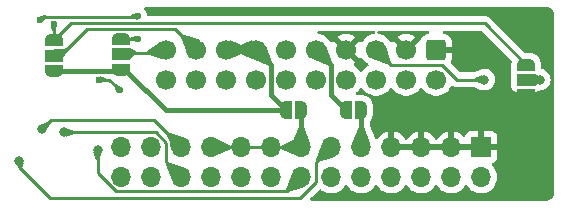
<source format=gbr>
%TF.GenerationSoftware,KiCad,Pcbnew,8.0.4*%
%TF.CreationDate,2024-09-19T23:06:26-05:00*%
%TF.ProjectId,IDC-26-Adapter-Rev1,4944432d-3236-42d4-9164-61707465722d,1.1*%
%TF.SameCoordinates,Original*%
%TF.FileFunction,Copper,L2,Bot*%
%TF.FilePolarity,Positive*%
%FSLAX46Y46*%
G04 Gerber Fmt 4.6, Leading zero omitted, Abs format (unit mm)*
G04 Created by KiCad (PCBNEW 8.0.4) date 2024-09-19 23:06:26*
%MOMM*%
%LPD*%
G01*
G04 APERTURE LIST*
G04 Aperture macros list*
%AMRoundRect*
0 Rectangle with rounded corners*
0 $1 Rounding radius*
0 $2 $3 $4 $5 $6 $7 $8 $9 X,Y pos of 4 corners*
0 Add a 4 corners polygon primitive as box body*
4,1,4,$2,$3,$4,$5,$6,$7,$8,$9,$2,$3,0*
0 Add four circle primitives for the rounded corners*
1,1,$1+$1,$2,$3*
1,1,$1+$1,$4,$5*
1,1,$1+$1,$6,$7*
1,1,$1+$1,$8,$9*
0 Add four rect primitives between the rounded corners*
20,1,$1+$1,$2,$3,$4,$5,0*
20,1,$1+$1,$4,$5,$6,$7,0*
20,1,$1+$1,$6,$7,$8,$9,0*
20,1,$1+$1,$8,$9,$2,$3,0*%
%AMFreePoly0*
4,1,19,0.000000,0.744911,0.071157,0.744911,0.207708,0.704816,0.327430,0.627875,0.420627,0.520320,0.479746,0.390866,0.500000,0.250000,0.500000,-0.250000,0.479746,-0.390866,0.420627,-0.520320,0.327430,-0.627875,0.207708,-0.704816,0.071157,-0.744911,0.000000,-0.744911,0.000000,-0.750000,-0.550000,-0.750000,-0.550000,0.750000,0.000000,0.750000,0.000000,0.744911,0.000000,0.744911,
$1*%
%AMFreePoly1*
4,1,19,0.550000,-0.750000,0.000000,-0.750000,0.000000,-0.744911,-0.071157,-0.744911,-0.207708,-0.704816,-0.327430,-0.627875,-0.420627,-0.520320,-0.479746,-0.390866,-0.500000,-0.250000,-0.500000,0.250000,-0.479746,0.390866,-0.420627,0.520320,-0.327430,0.627875,-0.207708,0.704816,-0.071157,0.744911,0.000000,0.744911,0.000000,0.750000,0.550000,0.750000,0.550000,-0.750000,0.550000,-0.750000,
$1*%
%AMFreePoly2*
4,1,19,0.500000,-0.750000,0.000000,-0.750000,0.000000,-0.744911,-0.071157,-0.744911,-0.207708,-0.704816,-0.327430,-0.627875,-0.420627,-0.520320,-0.479746,-0.390866,-0.500000,-0.250000,-0.500000,0.250000,-0.479746,0.390866,-0.420627,0.520320,-0.327430,0.627875,-0.207708,0.704816,-0.071157,0.744911,0.000000,0.744911,0.000000,0.750000,0.500000,0.750000,0.500000,-0.750000,0.500000,-0.750000,
$1*%
%AMFreePoly3*
4,1,19,0.000000,0.744911,0.071157,0.744911,0.207708,0.704816,0.327430,0.627875,0.420627,0.520320,0.479746,0.390866,0.500000,0.250000,0.500000,-0.250000,0.479746,-0.390866,0.420627,-0.520320,0.327430,-0.627875,0.207708,-0.704816,0.071157,-0.744911,0.000000,-0.744911,0.000000,-0.750000,-0.500000,-0.750000,-0.500000,0.750000,0.000000,0.750000,0.000000,0.744911,0.000000,0.744911,
$1*%
G04 Aperture macros list end*
%TA.AperFunction,SMDPad,CuDef*%
%ADD10FreePoly0,90.000000*%
%TD*%
%TA.AperFunction,SMDPad,CuDef*%
%ADD11R,1.500000X1.000000*%
%TD*%
%TA.AperFunction,SMDPad,CuDef*%
%ADD12FreePoly1,90.000000*%
%TD*%
%TA.AperFunction,ComponentPad*%
%ADD13R,1.700000X1.700000*%
%TD*%
%TA.AperFunction,ComponentPad*%
%ADD14O,1.700000X1.700000*%
%TD*%
%TA.AperFunction,SMDPad,CuDef*%
%ADD15FreePoly2,180.000000*%
%TD*%
%TA.AperFunction,SMDPad,CuDef*%
%ADD16FreePoly3,180.000000*%
%TD*%
%TA.AperFunction,ComponentPad*%
%ADD17RoundRect,0.250000X-0.600000X0.600000X-0.600000X-0.600000X0.600000X-0.600000X0.600000X0.600000X0*%
%TD*%
%TA.AperFunction,ComponentPad*%
%ADD18C,1.700000*%
%TD*%
%TA.AperFunction,ViaPad*%
%ADD19C,0.800000*%
%TD*%
%TA.AperFunction,ViaPad*%
%ADD20C,0.600000*%
%TD*%
%TA.AperFunction,Conductor*%
%ADD21C,0.250000*%
%TD*%
%TA.AperFunction,Conductor*%
%ADD22C,0.400000*%
%TD*%
G04 APERTURE END LIST*
D10*
%TO.P,JP5,3,B*%
%TO.N,/IDC20_DRIVE3*%
X137795000Y-88616000D03*
D11*
%TO.P,JP5,2,C*%
%TO.N,/IDC20_PIN19*%
X137795000Y-89916000D03*
D12*
%TO.P,JP5,1,A*%
%TO.N,/IDC20_+12V*%
X137795000Y-91216000D03*
%TD*%
%TO.P,JP4,1,A*%
%TO.N,GND*%
X172085000Y-93405000D03*
D11*
%TO.P,JP4,2,C*%
%TO.N,Net-(JP4-C)*%
X172085000Y-92105000D03*
D10*
%TO.P,JP4,3,B*%
%TO.N,/IDC20_DRIVE2*%
X172085000Y-90805000D03*
%TD*%
D13*
%TO.P,J2,1,Pin_1*%
%TO.N,GND*%
X168275000Y-97790000D03*
D14*
%TO.P,J2,2,Pin_2*%
%TO.N,/A3_PH0*%
X168275000Y-100330000D03*
%TO.P,J2,3,Pin_3*%
%TO.N,GND*%
X165735000Y-97790000D03*
%TO.P,J2,4,Pin_4*%
%TO.N,/A3_PH1*%
X165735000Y-100330000D03*
%TO.P,J2,5,Pin_5*%
%TO.N,GND*%
X163195000Y-97790000D03*
%TO.P,J2,6,Pin_6*%
%TO.N,/A3_PH2*%
X163195000Y-100330000D03*
%TO.P,J2,7,Pin_7*%
%TO.N,GND*%
X160655000Y-97790000D03*
%TO.P,J2,8,Pin_8*%
%TO.N,/A3_PH3*%
X160655000Y-100330000D03*
%TO.P,J2,9,Pin_9*%
%TO.N,/A3_-12V*%
X158115000Y-97790000D03*
%TO.P,J2,10,Pin_10*%
%TO.N,/A3_WREQ*%
X158115000Y-100330000D03*
%TO.P,J2,11,Pin_11*%
%TO.N,/A3_5V*%
X155575000Y-97790000D03*
%TO.P,J2,12,Pin_12*%
%TO.N,/A3_HDSEL*%
X155575000Y-100330000D03*
%TO.P,J2,13,Pin_13*%
%TO.N,/A3_+12V*%
X153035000Y-97790000D03*
%TO.P,J2,14,Pin_14*%
%TO.N,/A3_DRIVE1*%
X153035000Y-100330000D03*
%TO.P,J2,15,Pin_15*%
%TO.N,/A3_+12V*%
X150495000Y-97790000D03*
%TO.P,J2,16,Pin_16*%
%TO.N,/A3_RD_DATA*%
X150495000Y-100330000D03*
%TO.P,J2,17,Pin_17*%
%TO.N,/A3_+12V*%
X147955000Y-97790000D03*
%TO.P,J2,18,Pin_18*%
%TO.N,/A3_WR_DATA*%
X147955000Y-100330000D03*
%TO.P,J2,19,Pin_19*%
%TO.N,/A3_+12V*%
X145415000Y-97790000D03*
%TO.P,J2,20,Pin_20*%
%TO.N,/A3_WPROT*%
X145415000Y-100330000D03*
%TO.P,J2,21,Pin_21*%
%TO.N,/A3_DRIVE3*%
X142875000Y-97790000D03*
%TO.P,J2,22,Pin_22*%
%TO.N,/A3_DRIVE2*%
X142875000Y-100330000D03*
%TO.P,J2,23,Pin_23*%
%TO.N,unconnected-(J2-Pin_23-Pad23)*%
X140335000Y-97790000D03*
%TO.P,J2,24,Pin_24*%
%TO.N,unconnected-(J2-Pin_24-Pad24)*%
X140335000Y-100330000D03*
%TO.P,J2,25,Pin_25*%
%TO.N,unconnected-(J2-Pin_25-Pad25)*%
X137795000Y-97790000D03*
%TO.P,J2,26,Pin_26*%
%TO.N,/A3_INT{slash}EXT*%
X137795000Y-100330000D03*
%TD*%
D12*
%TO.P,JP2,1,A*%
%TO.N,/IDC20_+12V*%
X132080000Y-91343000D03*
D11*
%TO.P,JP2,2,C*%
%TO.N,/IDC20_PIN17*%
X132080000Y-90043000D03*
D10*
%TO.P,JP2,3,B*%
%TO.N,/IDC20_DRIVE2*%
X132080000Y-88743000D03*
%TD*%
D15*
%TO.P,JP1,1,A*%
%TO.N,/A3_+12V*%
X153035000Y-94615000D03*
D16*
%TO.P,JP1,2,B*%
%TO.N,/IDC20_+12V*%
X151735000Y-94615000D03*
%TD*%
D17*
%TO.P,J1,1,Pin_1*%
%TO.N,GND*%
X164465000Y-89535000D03*
D18*
%TO.P,J1,2,Pin_2*%
%TO.N,/A3_PH0*%
X164465000Y-92075000D03*
%TO.P,J1,3,Pin_3*%
%TO.N,GND*%
X161925000Y-89535000D03*
%TO.P,J1,4,Pin_4*%
%TO.N,/A3_PH1*%
X161925000Y-92075000D03*
%TO.P,J1,5,Pin_5*%
%TO.N,/IDC20_PIN5*%
X159385000Y-89535000D03*
%TO.P,J1,6,Pin_6*%
%TO.N,/A3_PH2*%
X159385000Y-92075000D03*
%TO.P,J1,7,Pin_7*%
%TO.N,GND*%
X156845000Y-89535000D03*
%TO.P,J1,8,Pin_8*%
%TO.N,/A3_PH3*%
X156845000Y-92075000D03*
%TO.P,J1,9,Pin_9*%
%TO.N,/IDC20_-12V*%
X154305000Y-89535000D03*
%TO.P,J1,10,Pin_10*%
%TO.N,/A3_WREQ*%
X154305000Y-92075000D03*
%TO.P,J1,11,Pin_11*%
%TO.N,/A3_5V*%
X151765000Y-89535000D03*
%TO.P,J1,12,Pin_12*%
%TO.N,/A3_HDSEL*%
X151765000Y-92075000D03*
%TO.P,J1,13,Pin_13*%
%TO.N,/IDC20_+12V*%
X149225000Y-89535000D03*
%TO.P,J1,14,Pin_14*%
%TO.N,/IDC20_DRIVE1*%
X149225000Y-92075000D03*
%TO.P,J1,15,Pin_15*%
%TO.N,/IDC20_+12V*%
X146685000Y-89535000D03*
%TO.P,J1,16,Pin_16*%
%TO.N,/A3_RD_DATA*%
X146685000Y-92075000D03*
%TO.P,J1,17,Pin_17*%
%TO.N,/IDC20_PIN17*%
X144145000Y-89535000D03*
%TO.P,J1,18,Pin_18*%
%TO.N,/A3_WR_DATA*%
X144145000Y-92075000D03*
%TO.P,J1,19,Pin_19*%
%TO.N,/IDC20_PIN19*%
X141605000Y-89535000D03*
%TO.P,J1,20,Pin_20*%
%TO.N,/A3_WPROT*%
X141605000Y-92075000D03*
%TD*%
D15*
%TO.P,JP3,1,A*%
%TO.N,/A3_-12V*%
X158115000Y-94615000D03*
D16*
%TO.P,JP3,2,B*%
%TO.N,/IDC20_-12V*%
X156815000Y-94615000D03*
%TD*%
D19*
%TO.N,/A3_5V*%
X129159000Y-98947500D03*
D20*
%TO.N,/IDC20_DRIVE3*%
X139192000Y-86682000D03*
X130937000Y-86995000D03*
%TO.N,/IDC20_DRIVE2*%
X132080000Y-87376000D03*
%TO.N,/IDC20_DRIVE1*%
X137668000Y-92964000D03*
X135890000Y-92075000D03*
D19*
%TO.N,/A3_DRIVE2*%
X132969000Y-96520000D03*
%TO.N,/A3_DRIVE3*%
X131079000Y-96281000D03*
%TO.N,/A3_DRIVE1*%
X135800000Y-98044000D03*
D20*
%TO.N,/IDC20_DRIVE3*%
X139192000Y-88646000D03*
D19*
%TO.N,/IDC20_PIN5*%
X168529000Y-92075000D03*
%TO.N,Net-(JP4-C)*%
X173228000Y-92075000D03*
%TD*%
D21*
%TO.N,/A3_DRIVE2*%
X141605000Y-97398299D02*
X141605000Y-99060000D01*
X140726701Y-96520000D02*
X141605000Y-97398299D01*
X141605000Y-99060000D02*
X142875000Y-100330000D01*
X132969000Y-96520000D02*
X140726701Y-96520000D01*
%TO.N,/IDC20_PIN19*%
X141351000Y-89789000D02*
X141575000Y-89565000D01*
X137795000Y-89916000D02*
X137922000Y-89789000D01*
X137922000Y-89789000D02*
X141351000Y-89789000D01*
D22*
%TO.N,/IDC20_+12V*%
X150495000Y-90805000D02*
X149225000Y-89535000D01*
X150495000Y-93375000D02*
X150495000Y-90805000D01*
X151735000Y-94615000D02*
X150495000Y-93375000D01*
%TO.N,/IDC20_-12V*%
X155575000Y-90805000D02*
X154305000Y-89535000D01*
X155575000Y-93375000D02*
X155575000Y-90805000D01*
X156815000Y-94615000D02*
X155575000Y-93375000D01*
D21*
%TO.N,/A3_5V*%
X154305000Y-99060000D02*
X155575000Y-97790000D01*
X154305000Y-100721701D02*
X154305000Y-99060000D01*
X152918701Y-102108000D02*
X154305000Y-100721701D01*
X131769500Y-102108000D02*
X152918701Y-102108000D01*
X129159000Y-99497500D02*
X131769500Y-102108000D01*
X129159000Y-98947500D02*
X129159000Y-99497500D01*
%TO.N,/A3_DRIVE3*%
X140589000Y-95504000D02*
X142875000Y-97790000D01*
X131856000Y-95504000D02*
X140589000Y-95504000D01*
X131079000Y-96281000D02*
X131856000Y-95504000D01*
%TO.N,/A3_DRIVE1*%
X137338299Y-101535000D02*
X151830000Y-101535000D01*
X135800000Y-99996701D02*
X137338299Y-101535000D01*
X135800000Y-98044000D02*
X135800000Y-99996701D01*
X151830000Y-101535000D02*
X153035000Y-100330000D01*
%TO.N,/IDC20_PIN5*%
X160655000Y-90805000D02*
X159385000Y-89535000D01*
X164978351Y-90805000D02*
X160655000Y-90805000D01*
X166248351Y-92075000D02*
X164978351Y-90805000D01*
X168529000Y-92075000D02*
X166248351Y-92075000D01*
%TO.N,Net-(JP4-C)*%
X173228000Y-92075000D02*
X172115000Y-92075000D01*
%TO.N,/IDC20_DRIVE3*%
X139123000Y-86751000D02*
X139192000Y-86682000D01*
X131181000Y-86751000D02*
X139123000Y-86751000D01*
X130937000Y-86995000D02*
X131181000Y-86751000D01*
%TO.N,/IDC20_DRIVE2*%
X133516000Y-87307000D02*
X168587000Y-87307000D01*
X132080000Y-88743000D02*
X133516000Y-87307000D01*
X168587000Y-87307000D02*
X172085000Y-90805000D01*
%TO.N,/IDC20_PIN17*%
X142367000Y-87757000D02*
X144145000Y-89535000D01*
X134888000Y-87757000D02*
X142367000Y-87757000D01*
X132602000Y-90043000D02*
X134888000Y-87757000D01*
%TO.N,/IDC20_DRIVE3*%
X139192000Y-88646000D02*
X139162000Y-88616000D01*
X139162000Y-88616000D02*
X137795000Y-88616000D01*
%TO.N,/IDC20_DRIVE2*%
X132080000Y-87376000D02*
X132080000Y-88743000D01*
D22*
%TO.N,/IDC20_+12V*%
X137698000Y-91313000D02*
X132110000Y-91313000D01*
X141545000Y-94615000D02*
X138146000Y-91216000D01*
X151735000Y-94615000D02*
X141545000Y-94615000D01*
D21*
%TO.N,/IDC20_DRIVE1*%
X136779000Y-92075000D02*
X137668000Y-92964000D01*
X135890000Y-92075000D02*
X136779000Y-92075000D01*
D22*
%TO.N,/IDC20_+12V*%
X149225000Y-89535000D02*
X146685000Y-89535000D01*
D21*
%TO.N,/A3_+12V*%
X145415000Y-97790000D02*
X153035000Y-97790000D01*
D22*
X153035000Y-97790000D02*
X153035000Y-94615000D01*
%TO.N,/A3_-12V*%
X158115000Y-97790000D02*
X158115000Y-94615000D01*
%TD*%
%TA.AperFunction,Conductor*%
%TO.N,GND*%
G36*
X173758061Y-85899097D02*
G01*
X173876317Y-85910744D01*
X173900145Y-85915483D01*
X174008005Y-85948202D01*
X174030453Y-85957501D01*
X174129849Y-86010629D01*
X174150059Y-86024133D01*
X174237179Y-86095630D01*
X174254369Y-86112820D01*
X174325866Y-86199940D01*
X174339370Y-86220150D01*
X174392495Y-86319538D01*
X174401798Y-86341997D01*
X174434514Y-86449848D01*
X174439256Y-86473688D01*
X174450903Y-86591937D01*
X174451500Y-86604092D01*
X174451500Y-101609907D01*
X174450903Y-101622062D01*
X174439256Y-101740311D01*
X174434514Y-101764151D01*
X174401798Y-101872002D01*
X174392495Y-101894461D01*
X174339370Y-101993849D01*
X174325866Y-102014059D01*
X174254369Y-102101179D01*
X174237179Y-102118369D01*
X174150059Y-102189866D01*
X174129849Y-102203370D01*
X174030461Y-102256495D01*
X174008002Y-102265798D01*
X173900151Y-102298514D01*
X173876311Y-102303256D01*
X173789215Y-102311834D01*
X173758060Y-102314903D01*
X173745907Y-102315500D01*
X153906467Y-102315500D01*
X153839428Y-102295815D01*
X153793673Y-102243011D01*
X153783729Y-102173853D01*
X153812754Y-102110297D01*
X153818786Y-102103819D01*
X153935307Y-101987297D01*
X154539432Y-101383171D01*
X154600753Y-101349688D01*
X154670444Y-101354672D01*
X154703272Y-101372999D01*
X154829424Y-101471189D01*
X154829425Y-101471189D01*
X154829427Y-101471191D01*
X154834958Y-101474184D01*
X155027426Y-101578342D01*
X155240365Y-101651444D01*
X155462431Y-101688500D01*
X155687569Y-101688500D01*
X155909635Y-101651444D01*
X156122574Y-101578342D01*
X156320576Y-101471189D01*
X156498240Y-101332906D01*
X156650722Y-101167268D01*
X156741193Y-101028790D01*
X156794338Y-100983437D01*
X156863569Y-100974013D01*
X156926905Y-101003515D01*
X156948804Y-101028787D01*
X157039278Y-101167268D01*
X157039283Y-101167273D01*
X157039284Y-101167276D01*
X157191756Y-101332902D01*
X157191761Y-101332907D01*
X157243273Y-101373001D01*
X157369424Y-101471189D01*
X157369425Y-101471189D01*
X157369427Y-101471191D01*
X157374958Y-101474184D01*
X157567426Y-101578342D01*
X157780365Y-101651444D01*
X158002431Y-101688500D01*
X158227569Y-101688500D01*
X158449635Y-101651444D01*
X158662574Y-101578342D01*
X158860576Y-101471189D01*
X159038240Y-101332906D01*
X159190722Y-101167268D01*
X159281193Y-101028790D01*
X159334338Y-100983437D01*
X159403569Y-100974013D01*
X159466905Y-101003515D01*
X159488804Y-101028787D01*
X159579278Y-101167268D01*
X159579283Y-101167273D01*
X159579284Y-101167276D01*
X159731756Y-101332902D01*
X159731761Y-101332907D01*
X159783273Y-101373001D01*
X159909424Y-101471189D01*
X159909425Y-101471189D01*
X159909427Y-101471191D01*
X159914958Y-101474184D01*
X160107426Y-101578342D01*
X160320365Y-101651444D01*
X160542431Y-101688500D01*
X160767569Y-101688500D01*
X160989635Y-101651444D01*
X161202574Y-101578342D01*
X161400576Y-101471189D01*
X161578240Y-101332906D01*
X161730722Y-101167268D01*
X161821193Y-101028790D01*
X161874338Y-100983437D01*
X161943569Y-100974013D01*
X162006905Y-101003515D01*
X162028804Y-101028787D01*
X162119278Y-101167268D01*
X162119283Y-101167273D01*
X162119284Y-101167276D01*
X162271756Y-101332902D01*
X162271761Y-101332907D01*
X162323273Y-101373001D01*
X162449424Y-101471189D01*
X162449425Y-101471189D01*
X162449427Y-101471191D01*
X162454958Y-101474184D01*
X162647426Y-101578342D01*
X162860365Y-101651444D01*
X163082431Y-101688500D01*
X163307569Y-101688500D01*
X163529635Y-101651444D01*
X163742574Y-101578342D01*
X163940576Y-101471189D01*
X164118240Y-101332906D01*
X164270722Y-101167268D01*
X164361193Y-101028790D01*
X164414338Y-100983437D01*
X164483569Y-100974013D01*
X164546905Y-101003515D01*
X164568804Y-101028787D01*
X164659278Y-101167268D01*
X164659283Y-101167273D01*
X164659284Y-101167276D01*
X164811756Y-101332902D01*
X164811761Y-101332907D01*
X164863273Y-101373001D01*
X164989424Y-101471189D01*
X164989425Y-101471189D01*
X164989427Y-101471191D01*
X164994958Y-101474184D01*
X165187426Y-101578342D01*
X165400365Y-101651444D01*
X165622431Y-101688500D01*
X165847569Y-101688500D01*
X166069635Y-101651444D01*
X166282574Y-101578342D01*
X166480576Y-101471189D01*
X166658240Y-101332906D01*
X166810722Y-101167268D01*
X166901193Y-101028790D01*
X166954338Y-100983437D01*
X167023569Y-100974013D01*
X167086905Y-101003515D01*
X167108804Y-101028787D01*
X167199278Y-101167268D01*
X167199283Y-101167273D01*
X167199284Y-101167276D01*
X167351756Y-101332902D01*
X167351761Y-101332907D01*
X167403273Y-101373001D01*
X167529424Y-101471189D01*
X167529425Y-101471189D01*
X167529427Y-101471191D01*
X167534958Y-101474184D01*
X167727426Y-101578342D01*
X167940365Y-101651444D01*
X168162431Y-101688500D01*
X168387569Y-101688500D01*
X168609635Y-101651444D01*
X168822574Y-101578342D01*
X169020576Y-101471189D01*
X169198240Y-101332906D01*
X169350722Y-101167268D01*
X169473860Y-100978791D01*
X169564296Y-100772616D01*
X169619564Y-100554368D01*
X169632311Y-100400537D01*
X169638156Y-100330005D01*
X169638156Y-100329994D01*
X169619565Y-100105640D01*
X169619563Y-100105628D01*
X169607779Y-100059095D01*
X169564296Y-99887384D01*
X169473860Y-99681209D01*
X169457706Y-99656484D01*
X169374227Y-99528709D01*
X169350722Y-99492732D01*
X169199291Y-99328236D01*
X169168370Y-99265584D01*
X169176230Y-99196158D01*
X169220376Y-99142002D01*
X169247189Y-99128073D01*
X169367086Y-99083354D01*
X169367093Y-99083350D01*
X169482187Y-98997190D01*
X169482190Y-98997187D01*
X169568350Y-98882093D01*
X169568354Y-98882086D01*
X169618596Y-98747379D01*
X169618598Y-98747372D01*
X169624999Y-98687844D01*
X169625000Y-98687827D01*
X169625000Y-98040000D01*
X168708012Y-98040000D01*
X168740925Y-97982993D01*
X168775000Y-97855826D01*
X168775000Y-97724174D01*
X168740925Y-97597007D01*
X168708012Y-97540000D01*
X169625000Y-97540000D01*
X169625000Y-96892172D01*
X169624999Y-96892155D01*
X169618598Y-96832627D01*
X169618596Y-96832620D01*
X169568354Y-96697913D01*
X169568350Y-96697906D01*
X169482190Y-96582812D01*
X169482187Y-96582809D01*
X169367093Y-96496649D01*
X169367086Y-96496645D01*
X169232379Y-96446403D01*
X169232372Y-96446401D01*
X169172844Y-96440000D01*
X168525000Y-96440000D01*
X168525000Y-97356988D01*
X168467993Y-97324075D01*
X168340826Y-97290000D01*
X168209174Y-97290000D01*
X168082007Y-97324075D01*
X168025000Y-97356988D01*
X168025000Y-96440000D01*
X167377155Y-96440000D01*
X167317627Y-96446401D01*
X167317620Y-96446403D01*
X167182913Y-96496645D01*
X167182906Y-96496649D01*
X167067812Y-96582809D01*
X167067809Y-96582812D01*
X166981649Y-96697906D01*
X166981646Y-96697911D01*
X166932385Y-96829987D01*
X166890513Y-96885920D01*
X166825049Y-96910337D01*
X166756776Y-96895485D01*
X166728522Y-96874334D01*
X166606082Y-96751894D01*
X166412578Y-96616399D01*
X166198492Y-96516570D01*
X166198486Y-96516567D01*
X165985000Y-96459364D01*
X165985000Y-97356988D01*
X165927993Y-97324075D01*
X165800826Y-97290000D01*
X165669174Y-97290000D01*
X165542007Y-97324075D01*
X165485000Y-97356988D01*
X165485000Y-96459364D01*
X165484999Y-96459364D01*
X165271513Y-96516567D01*
X165271507Y-96516570D01*
X165057422Y-96616399D01*
X165057420Y-96616400D01*
X164863926Y-96751886D01*
X164863920Y-96751891D01*
X164696891Y-96918920D01*
X164696890Y-96918922D01*
X164566575Y-97105031D01*
X164511998Y-97148655D01*
X164442499Y-97155848D01*
X164380145Y-97124326D01*
X164363425Y-97105031D01*
X164233109Y-96918922D01*
X164233108Y-96918920D01*
X164066082Y-96751894D01*
X163872578Y-96616399D01*
X163658492Y-96516570D01*
X163658486Y-96516567D01*
X163445000Y-96459364D01*
X163445000Y-97356988D01*
X163387993Y-97324075D01*
X163260826Y-97290000D01*
X163129174Y-97290000D01*
X163002007Y-97324075D01*
X162945000Y-97356988D01*
X162945000Y-96459364D01*
X162944999Y-96459364D01*
X162731513Y-96516567D01*
X162731507Y-96516570D01*
X162517422Y-96616399D01*
X162517420Y-96616400D01*
X162323926Y-96751886D01*
X162323920Y-96751891D01*
X162156891Y-96918920D01*
X162156890Y-96918922D01*
X162026575Y-97105031D01*
X161971998Y-97148655D01*
X161902499Y-97155848D01*
X161840145Y-97124326D01*
X161823425Y-97105031D01*
X161693109Y-96918922D01*
X161693108Y-96918920D01*
X161526082Y-96751894D01*
X161332578Y-96616399D01*
X161118492Y-96516570D01*
X161118486Y-96516567D01*
X160905000Y-96459364D01*
X160905000Y-97356988D01*
X160847993Y-97324075D01*
X160720826Y-97290000D01*
X160589174Y-97290000D01*
X160462007Y-97324075D01*
X160405000Y-97356988D01*
X160405000Y-96459364D01*
X160404999Y-96459364D01*
X160191513Y-96516567D01*
X160191507Y-96516570D01*
X159977422Y-96616399D01*
X159977420Y-96616400D01*
X159783926Y-96751886D01*
X159783920Y-96751891D01*
X159616891Y-96918920D01*
X159616890Y-96918922D01*
X159501967Y-97083049D01*
X159447390Y-97126673D01*
X159377891Y-97133866D01*
X159315537Y-97102344D01*
X159286302Y-97060500D01*
X159249941Y-96975098D01*
X158833410Y-95996768D01*
X158823500Y-95948193D01*
X158823500Y-95641255D01*
X158843185Y-95574216D01*
X158853787Y-95560053D01*
X158928022Y-95474379D01*
X158928032Y-95474368D01*
X159007047Y-95351417D01*
X159064019Y-95226665D01*
X159066263Y-95222376D01*
X159066775Y-95220631D01*
X159066776Y-95220631D01*
X159107953Y-95080394D01*
X159128415Y-94938079D01*
X159128415Y-94880683D01*
X159128500Y-94880393D01*
X159128500Y-94350107D01*
X159128415Y-94349317D01*
X159128415Y-94291922D01*
X159107953Y-94149606D01*
X159107952Y-94149601D01*
X159066775Y-94009369D01*
X159066770Y-94009356D01*
X159007053Y-93878594D01*
X159007046Y-93878581D01*
X158973669Y-93826646D01*
X158928032Y-93755632D01*
X158836733Y-93650266D01*
X158835337Y-93648535D01*
X158833877Y-93646968D01*
X158723427Y-93551263D01*
X158723418Y-93551257D01*
X158723416Y-93551255D01*
X158705114Y-93539493D01*
X158644361Y-93500449D01*
X158606182Y-93456388D01*
X158576845Y-93458598D01*
X158551235Y-93450128D01*
X158514824Y-93433500D01*
X158469513Y-93412807D01*
X158382984Y-93387400D01*
X158331562Y-93372301D01*
X158331550Y-93372298D01*
X158186889Y-93351500D01*
X157777927Y-93351500D01*
X157710888Y-93331815D01*
X157665133Y-93279011D01*
X157655189Y-93209853D01*
X157684214Y-93146297D01*
X157701764Y-93129647D01*
X157722509Y-93113500D01*
X157768240Y-93077906D01*
X157920722Y-92912268D01*
X158011193Y-92773790D01*
X158064338Y-92728437D01*
X158133569Y-92719013D01*
X158196905Y-92748515D01*
X158218804Y-92773787D01*
X158309278Y-92912268D01*
X158309283Y-92912273D01*
X158309284Y-92912276D01*
X158461756Y-93077902D01*
X158461760Y-93077906D01*
X158639424Y-93216189D01*
X158661763Y-93228278D01*
X158711011Y-93277157D01*
X158746336Y-93277157D01*
X158770421Y-93287080D01*
X158837426Y-93323342D01*
X159050365Y-93396444D01*
X159272431Y-93433500D01*
X159497569Y-93433500D01*
X159719635Y-93396444D01*
X159932574Y-93323342D01*
X160130576Y-93216189D01*
X160308240Y-93077906D01*
X160460722Y-92912268D01*
X160551193Y-92773790D01*
X160604338Y-92728437D01*
X160673569Y-92719013D01*
X160736905Y-92748515D01*
X160758804Y-92773787D01*
X160849278Y-92912268D01*
X160849283Y-92912273D01*
X160849284Y-92912276D01*
X161001756Y-93077902D01*
X161001760Y-93077906D01*
X161179424Y-93216189D01*
X161179425Y-93216189D01*
X161179427Y-93216191D01*
X161292083Y-93277157D01*
X161377426Y-93323342D01*
X161590365Y-93396444D01*
X161812431Y-93433500D01*
X162037569Y-93433500D01*
X162259635Y-93396444D01*
X162472574Y-93323342D01*
X162670576Y-93216189D01*
X162848240Y-93077906D01*
X163000722Y-92912268D01*
X163091193Y-92773790D01*
X163144338Y-92728437D01*
X163213569Y-92719013D01*
X163276905Y-92748515D01*
X163298804Y-92773787D01*
X163389278Y-92912268D01*
X163389283Y-92912273D01*
X163389284Y-92912276D01*
X163541756Y-93077902D01*
X163541760Y-93077906D01*
X163719424Y-93216189D01*
X163719425Y-93216189D01*
X163719427Y-93216191D01*
X163832083Y-93277157D01*
X163917426Y-93323342D01*
X164130365Y-93396444D01*
X164352431Y-93433500D01*
X164577569Y-93433500D01*
X164799635Y-93396444D01*
X165012574Y-93323342D01*
X165210576Y-93216189D01*
X165388240Y-93077906D01*
X165540722Y-92912268D01*
X165663860Y-92723791D01*
X165698539Y-92644728D01*
X165743492Y-92591245D01*
X165810228Y-92570554D01*
X165877556Y-92589228D01*
X165880985Y-92591438D01*
X165948269Y-92636396D01*
X165948275Y-92636399D01*
X165948276Y-92636400D01*
X166063566Y-92684155D01*
X166185952Y-92708499D01*
X166185956Y-92708500D01*
X166185957Y-92708500D01*
X167599305Y-92708500D01*
X167643149Y-92716510D01*
X168161017Y-92912276D01*
X168183778Y-92920880D01*
X168221010Y-92933065D01*
X168232876Y-92937634D01*
X168246712Y-92943794D01*
X168433513Y-92983500D01*
X168624487Y-92983500D01*
X168811288Y-92943794D01*
X168985752Y-92866118D01*
X169140253Y-92753866D01*
X169268040Y-92611944D01*
X169363527Y-92446556D01*
X169422542Y-92264928D01*
X169442504Y-92075000D01*
X169422542Y-91885072D01*
X169363527Y-91703444D01*
X169268040Y-91538056D01*
X169140253Y-91396134D01*
X168985752Y-91283882D01*
X168811288Y-91206206D01*
X168811286Y-91206205D01*
X168624487Y-91166500D01*
X168433513Y-91166500D01*
X168246715Y-91206205D01*
X168246711Y-91206206D01*
X168218044Y-91218969D01*
X168194508Y-91226736D01*
X168183778Y-91229119D01*
X168183764Y-91229124D01*
X167643148Y-91433489D01*
X167599302Y-91441500D01*
X166562117Y-91441500D01*
X166495078Y-91421815D01*
X166474436Y-91405181D01*
X165732476Y-90663221D01*
X165698991Y-90601898D01*
X165703975Y-90532206D01*
X165714619Y-90510443D01*
X165749353Y-90454130D01*
X165749358Y-90454119D01*
X165804505Y-90287697D01*
X165804506Y-90287690D01*
X165814999Y-90184986D01*
X165815000Y-90184973D01*
X165815000Y-89785000D01*
X164898012Y-89785000D01*
X164930925Y-89727993D01*
X164965000Y-89600826D01*
X164965000Y-89469174D01*
X164930925Y-89342007D01*
X164898012Y-89285000D01*
X165814999Y-89285000D01*
X165814999Y-88885028D01*
X165814998Y-88885013D01*
X165804505Y-88782302D01*
X165749358Y-88615880D01*
X165749356Y-88615875D01*
X165657315Y-88466654D01*
X165533345Y-88342684D01*
X165384124Y-88250643D01*
X165384119Y-88250641D01*
X165217697Y-88195494D01*
X165217690Y-88195493D01*
X165142955Y-88187858D01*
X165078263Y-88161462D01*
X165038112Y-88104281D01*
X165035249Y-88034470D01*
X165070583Y-87974193D01*
X165132896Y-87942588D01*
X165155558Y-87940500D01*
X168273234Y-87940500D01*
X168340273Y-87960185D01*
X168360915Y-87976819D01*
X170819837Y-90435741D01*
X170853322Y-90497064D01*
X170851134Y-90558355D01*
X170842300Y-90588441D01*
X170842298Y-90588449D01*
X170821500Y-90733110D01*
X170821500Y-91355002D01*
X170826726Y-91428077D01*
X170826728Y-91428086D01*
X170829826Y-91438638D01*
X170831158Y-91487799D01*
X170833840Y-91488088D01*
X170826500Y-91556361D01*
X170826500Y-92653654D01*
X170833011Y-92714202D01*
X170833011Y-92714204D01*
X170879536Y-92838938D01*
X170884111Y-92851204D01*
X170971739Y-92968261D01*
X171088796Y-93055889D01*
X171225799Y-93106989D01*
X171253050Y-93109918D01*
X171286345Y-93113499D01*
X171286362Y-93113500D01*
X172883638Y-93113500D01*
X172883654Y-93113499D01*
X172910692Y-93110591D01*
X172944201Y-93106989D01*
X173081204Y-93055889D01*
X173081204Y-93055888D01*
X173081206Y-93055888D01*
X173081206Y-93055887D01*
X173103012Y-93039562D01*
X173144866Y-93008233D01*
X173210330Y-92983816D01*
X173219176Y-92983500D01*
X173323487Y-92983500D01*
X173510288Y-92943794D01*
X173684752Y-92866118D01*
X173839253Y-92753866D01*
X173967040Y-92611944D01*
X174062527Y-92446556D01*
X174121542Y-92264928D01*
X174141504Y-92075000D01*
X174121542Y-91885072D01*
X174062527Y-91703444D01*
X173967040Y-91538056D01*
X173839253Y-91396134D01*
X173684752Y-91283882D01*
X173510288Y-91206206D01*
X173510286Y-91206205D01*
X173446718Y-91192693D01*
X173385236Y-91159500D01*
X173351460Y-91098336D01*
X173348500Y-91071403D01*
X173348500Y-90733114D01*
X173348500Y-90733111D01*
X173327700Y-90588442D01*
X173287193Y-90450487D01*
X173287192Y-90450485D01*
X173287191Y-90450481D01*
X173226483Y-90317549D01*
X173226476Y-90317536D01*
X173152353Y-90202198D01*
X173151533Y-90200758D01*
X173148742Y-90196579D01*
X173138696Y-90184986D01*
X173053029Y-90086122D01*
X173053027Y-90086120D01*
X172944379Y-89991976D01*
X172944371Y-89991970D01*
X172944368Y-89991968D01*
X172882892Y-89952460D01*
X172821418Y-89912953D01*
X172821410Y-89912949D01*
X172696679Y-89855986D01*
X172692380Y-89853737D01*
X172550392Y-89812046D01*
X172431975Y-89795020D01*
X172408079Y-89791585D01*
X172408078Y-89791585D01*
X172350683Y-89791585D01*
X172350394Y-89791500D01*
X172299236Y-89791500D01*
X172018766Y-89791500D01*
X171951727Y-89771815D01*
X171931085Y-89755181D01*
X168990836Y-86814931D01*
X168990832Y-86814928D01*
X168887081Y-86745603D01*
X168887072Y-86745598D01*
X168771785Y-86697845D01*
X168771777Y-86697843D01*
X168649398Y-86673500D01*
X168649394Y-86673500D01*
X140115471Y-86673500D01*
X140048432Y-86653815D01*
X140002677Y-86601011D01*
X139992251Y-86563382D01*
X139985218Y-86500958D01*
X139985217Y-86500953D01*
X139975677Y-86473689D01*
X139925043Y-86328985D01*
X139828111Y-86174719D01*
X139763573Y-86110181D01*
X139730088Y-86048858D01*
X139735072Y-85979166D01*
X139776944Y-85923233D01*
X139842408Y-85898816D01*
X139851254Y-85898500D01*
X173704405Y-85898500D01*
X173745907Y-85898500D01*
X173758061Y-85899097D01*
G37*
%TD.AperFunction*%
%TA.AperFunction,Conductor*%
G36*
X162729075Y-97597007D02*
G01*
X162695000Y-97724174D01*
X162695000Y-97855826D01*
X162729075Y-97982993D01*
X162761988Y-98040000D01*
X161088012Y-98040000D01*
X161120925Y-97982993D01*
X161155000Y-97855826D01*
X161155000Y-97724174D01*
X161120925Y-97597007D01*
X161088012Y-97540000D01*
X162761988Y-97540000D01*
X162729075Y-97597007D01*
G37*
%TD.AperFunction*%
%TA.AperFunction,Conductor*%
G36*
X165269075Y-97597007D02*
G01*
X165235000Y-97724174D01*
X165235000Y-97855826D01*
X165269075Y-97982993D01*
X165301988Y-98040000D01*
X163628012Y-98040000D01*
X163660925Y-97982993D01*
X163695000Y-97855826D01*
X163695000Y-97724174D01*
X163660925Y-97597007D01*
X163628012Y-97540000D01*
X165301988Y-97540000D01*
X165269075Y-97597007D01*
G37*
%TD.AperFunction*%
%TA.AperFunction,Conductor*%
G36*
X167809075Y-97597007D02*
G01*
X167775000Y-97724174D01*
X167775000Y-97855826D01*
X167809075Y-97982993D01*
X167841988Y-98040000D01*
X166168012Y-98040000D01*
X166200925Y-97982993D01*
X166235000Y-97855826D01*
X166235000Y-97724174D01*
X166200925Y-97597007D01*
X166168012Y-97540000D01*
X167841988Y-97540000D01*
X167809075Y-97597007D01*
G37*
%TD.AperFunction*%
%TA.AperFunction,Conductor*%
G36*
X157959925Y-90296373D02*
G01*
X158009868Y-90225048D01*
X158064445Y-90181424D01*
X158133944Y-90174231D01*
X158196298Y-90205753D01*
X158215251Y-90228350D01*
X158309276Y-90372265D01*
X158309284Y-90372276D01*
X158461756Y-90537902D01*
X158461761Y-90537907D01*
X158512907Y-90577716D01*
X158639424Y-90676189D01*
X158639429Y-90676191D01*
X158639431Y-90676193D01*
X158675930Y-90695946D01*
X158725520Y-90745165D01*
X158740628Y-90813382D01*
X158716457Y-90878937D01*
X158675930Y-90914054D01*
X158639431Y-90933806D01*
X158639422Y-90933812D01*
X158461761Y-91072092D01*
X158461756Y-91072097D01*
X158309284Y-91237723D01*
X158309276Y-91237734D01*
X158218808Y-91376206D01*
X158165662Y-91421562D01*
X158096431Y-91430986D01*
X158033095Y-91401484D01*
X158011192Y-91376206D01*
X157920723Y-91237734D01*
X157920715Y-91237723D01*
X157768243Y-91072097D01*
X157768238Y-91072092D01*
X157590577Y-90933812D01*
X157590577Y-90933811D01*
X157547303Y-90910393D01*
X157497713Y-90861173D01*
X157482605Y-90792957D01*
X157506775Y-90727401D01*
X157535198Y-90699763D01*
X157606373Y-90649925D01*
X156974409Y-90017962D01*
X157037993Y-90000925D01*
X157152007Y-89935099D01*
X157245099Y-89842007D01*
X157310925Y-89727993D01*
X157327962Y-89664410D01*
X157959925Y-90296373D01*
G37*
%TD.AperFunction*%
%TA.AperFunction,Conductor*%
G36*
X156807677Y-87960185D02*
G01*
X156846399Y-88004872D01*
X156863083Y-87975439D01*
X156924930Y-87942931D01*
X156949362Y-87940500D01*
X159190243Y-87940500D01*
X159257282Y-87960185D01*
X159303037Y-88012989D01*
X159312981Y-88082147D01*
X159283956Y-88145703D01*
X159225178Y-88183477D01*
X159210652Y-88186809D01*
X159050362Y-88213556D01*
X158837430Y-88286656D01*
X158837419Y-88286661D01*
X158639427Y-88393808D01*
X158639422Y-88393812D01*
X158461761Y-88532092D01*
X158461756Y-88532097D01*
X158309284Y-88697723D01*
X158309280Y-88697729D01*
X158215250Y-88841651D01*
X158162103Y-88887007D01*
X158092872Y-88896430D01*
X158029536Y-88866927D01*
X158009866Y-88844951D01*
X157959924Y-88773626D01*
X157327962Y-89405589D01*
X157310925Y-89342007D01*
X157245099Y-89227993D01*
X157152007Y-89134901D01*
X157037993Y-89069075D01*
X156974410Y-89052037D01*
X157606373Y-88420073D01*
X157606373Y-88420072D01*
X157522583Y-88361402D01*
X157522579Y-88361400D01*
X157308492Y-88261570D01*
X157308483Y-88261566D01*
X157080326Y-88200432D01*
X157080315Y-88200430D01*
X156938555Y-88188028D01*
X156873486Y-88162576D01*
X156844761Y-88122907D01*
X156834351Y-88145703D01*
X156775573Y-88183477D01*
X156751445Y-88188028D01*
X156609684Y-88200430D01*
X156609673Y-88200432D01*
X156381516Y-88261566D01*
X156381507Y-88261570D01*
X156167419Y-88361401D01*
X156083625Y-88420072D01*
X156715590Y-89052037D01*
X156652007Y-89069075D01*
X156537993Y-89134901D01*
X156444901Y-89227993D01*
X156379075Y-89342007D01*
X156362037Y-89405590D01*
X155730072Y-88773625D01*
X155730072Y-88773626D01*
X155680131Y-88844950D01*
X155625555Y-88888575D01*
X155556056Y-88895769D01*
X155493701Y-88864246D01*
X155474748Y-88841649D01*
X155380723Y-88697734D01*
X155380715Y-88697723D01*
X155228243Y-88532097D01*
X155228238Y-88532092D01*
X155071613Y-88410185D01*
X155050576Y-88393811D01*
X155050575Y-88393810D01*
X155050572Y-88393808D01*
X154852580Y-88286661D01*
X154852577Y-88286659D01*
X154852574Y-88286658D01*
X154852571Y-88286657D01*
X154852569Y-88286656D01*
X154639637Y-88213556D01*
X154479348Y-88186809D01*
X154416462Y-88156359D01*
X154380023Y-88096744D01*
X154381598Y-88026892D01*
X154420687Y-87968980D01*
X154484881Y-87941396D01*
X154499757Y-87940500D01*
X156740638Y-87940500D01*
X156807677Y-87960185D01*
G37*
%TD.AperFunction*%
%TA.AperFunction,Conductor*%
G36*
X161887677Y-87960185D02*
G01*
X161926399Y-88004872D01*
X161943083Y-87975439D01*
X162004930Y-87942931D01*
X162029362Y-87940500D01*
X163774451Y-87940500D01*
X163841490Y-87960185D01*
X163887245Y-88012989D01*
X163897189Y-88082147D01*
X163868164Y-88145703D01*
X163809386Y-88183477D01*
X163787053Y-88187858D01*
X163712302Y-88195494D01*
X163545880Y-88250641D01*
X163545875Y-88250643D01*
X163396654Y-88342684D01*
X163272684Y-88466654D01*
X163180643Y-88615875D01*
X163180641Y-88615880D01*
X163156718Y-88688076D01*
X163116945Y-88745521D01*
X163052429Y-88772344D01*
X163041087Y-88772463D01*
X162407961Y-89405588D01*
X162390925Y-89342007D01*
X162325099Y-89227993D01*
X162232007Y-89134901D01*
X162117993Y-89069075D01*
X162054410Y-89052037D01*
X162686373Y-88420073D01*
X162686373Y-88420072D01*
X162602583Y-88361402D01*
X162602579Y-88361400D01*
X162388492Y-88261570D01*
X162388483Y-88261566D01*
X162160326Y-88200432D01*
X162160315Y-88200430D01*
X162018555Y-88188028D01*
X161953486Y-88162576D01*
X161924761Y-88122907D01*
X161914351Y-88145703D01*
X161855573Y-88183477D01*
X161831445Y-88188028D01*
X161689684Y-88200430D01*
X161689673Y-88200432D01*
X161461516Y-88261566D01*
X161461507Y-88261570D01*
X161247419Y-88361401D01*
X161163625Y-88420072D01*
X161795590Y-89052037D01*
X161732007Y-89069075D01*
X161617993Y-89134901D01*
X161524901Y-89227993D01*
X161459075Y-89342007D01*
X161442037Y-89405590D01*
X160810072Y-88773625D01*
X160810072Y-88773626D01*
X160760131Y-88844950D01*
X160705555Y-88888575D01*
X160636056Y-88895769D01*
X160573701Y-88864246D01*
X160554748Y-88841649D01*
X160460723Y-88697734D01*
X160460715Y-88697723D01*
X160308243Y-88532097D01*
X160308238Y-88532092D01*
X160151613Y-88410185D01*
X160130576Y-88393811D01*
X160130575Y-88393810D01*
X160130572Y-88393808D01*
X159932580Y-88286661D01*
X159932577Y-88286659D01*
X159932574Y-88286658D01*
X159932571Y-88286657D01*
X159932569Y-88286656D01*
X159719637Y-88213556D01*
X159559348Y-88186809D01*
X159496462Y-88156359D01*
X159460023Y-88096744D01*
X159461598Y-88026892D01*
X159500687Y-87968980D01*
X159564881Y-87941396D01*
X159579757Y-87940500D01*
X161820638Y-87940500D01*
X161887677Y-87960185D01*
G37*
%TD.AperFunction*%
%TD*%
%TA.AperFunction,Conductor*%
%TO.N,/A3_DRIVE2*%
G36*
X141768251Y-99041968D02*
G01*
X142250027Y-99211102D01*
X143188629Y-99540611D01*
X143195300Y-99546584D01*
X143195792Y-99555526D01*
X143195567Y-99556116D01*
X142877562Y-100326214D01*
X142871237Y-100332553D01*
X142871214Y-100332562D01*
X142101116Y-100650567D01*
X142092161Y-100650558D01*
X142085836Y-100644219D01*
X142085611Y-100643629D01*
X141975755Y-100330707D01*
X141699818Y-99544702D01*
X141586968Y-99223251D01*
X141587460Y-99214309D01*
X141589731Y-99211105D01*
X141756103Y-99044733D01*
X141764375Y-99041307D01*
X141768251Y-99041968D01*
G37*
%TD.AperFunction*%
%TD*%
%TA.AperFunction,Conductor*%
%TO.N,/A3_DRIVE2*%
G36*
X133149696Y-96160890D02*
G01*
X133761437Y-96392141D01*
X133767964Y-96398272D01*
X133769000Y-96403085D01*
X133769000Y-96636914D01*
X133765573Y-96645187D01*
X133761437Y-96647858D01*
X133132655Y-96885551D01*
X133123705Y-96885271D01*
X133117719Y-96879109D01*
X133021306Y-96647858D01*
X132969875Y-96524499D01*
X132969855Y-96515550D01*
X133117719Y-96160889D01*
X133124066Y-96154572D01*
X133132654Y-96154448D01*
X133149696Y-96160890D01*
G37*
%TD.AperFunction*%
%TD*%
%TA.AperFunction,Conductor*%
%TO.N,/IDC20_PIN19*%
G36*
X138551053Y-89419002D02*
G01*
X139038499Y-89660775D01*
X139044388Y-89667522D01*
X139045000Y-89671257D01*
X139045000Y-89908617D01*
X139041573Y-89916890D01*
X139040912Y-89917502D01*
X138551241Y-90336982D01*
X138542728Y-90339762D01*
X138537853Y-90338272D01*
X138535581Y-90336982D01*
X137810525Y-89925381D01*
X137805023Y-89918317D01*
X137806127Y-89909431D01*
X137809816Y-89905469D01*
X138539374Y-89419745D01*
X138548158Y-89418014D01*
X138551053Y-89419002D01*
G37*
%TD.AperFunction*%
%TD*%
%TA.AperFunction,Conductor*%
%TO.N,/IDC20_PIN19*%
G36*
X141010882Y-88940871D02*
G01*
X141600455Y-89529464D01*
X141603889Y-89537734D01*
X141602994Y-89542233D01*
X141283796Y-90310484D01*
X141277457Y-90316809D01*
X141269559Y-90317180D01*
X139963791Y-89916536D01*
X139956887Y-89910833D01*
X139955523Y-89905351D01*
X139955523Y-89670110D01*
X139958950Y-89661837D01*
X139960532Y-89660512D01*
X140995931Y-88939548D01*
X141004678Y-88937634D01*
X141010882Y-88940871D01*
G37*
%TD.AperFunction*%
%TD*%
%TA.AperFunction,Conductor*%
%TO.N,/IDC20_+12V*%
G36*
X150008343Y-89214233D02*
G01*
X150014668Y-89220572D01*
X150014707Y-89220667D01*
X150565613Y-90588485D01*
X150565525Y-90597439D01*
X150563033Y-90601129D01*
X150291129Y-90873033D01*
X150282856Y-90876460D01*
X150278485Y-90875613D01*
X148910667Y-90324707D01*
X148904273Y-90318437D01*
X148904185Y-90309483D01*
X148904224Y-90309388D01*
X149222438Y-89538783D01*
X149228759Y-89532448D01*
X149999388Y-89214224D01*
X150008343Y-89214233D01*
G37*
%TD.AperFunction*%
%TD*%
%TA.AperFunction,Conductor*%
%TO.N,/IDC20_-12V*%
G36*
X155088343Y-89214233D02*
G01*
X155094668Y-89220572D01*
X155094707Y-89220667D01*
X155645613Y-90588485D01*
X155645525Y-90597439D01*
X155643033Y-90601129D01*
X155371129Y-90873033D01*
X155362856Y-90876460D01*
X155358485Y-90875613D01*
X153990667Y-90324707D01*
X153984273Y-90318437D01*
X153984185Y-90309483D01*
X153984224Y-90309388D01*
X154302438Y-89538783D01*
X154308759Y-89532448D01*
X155079388Y-89214224D01*
X155088343Y-89214233D01*
G37*
%TD.AperFunction*%
%TD*%
%TA.AperFunction,Conductor*%
%TO.N,/A3_5V*%
G36*
X154801106Y-97469428D02*
G01*
X155571215Y-97787438D01*
X155577552Y-97793761D01*
X155577562Y-97793785D01*
X155895567Y-98563883D01*
X155895558Y-98572838D01*
X155889219Y-98579163D01*
X155888629Y-98579388D01*
X154468251Y-99078031D01*
X154459309Y-99077539D01*
X154456102Y-99075265D01*
X154289734Y-98908897D01*
X154286307Y-98900624D01*
X154286968Y-98896748D01*
X154398461Y-98579163D01*
X154785612Y-97476368D01*
X154791584Y-97469699D01*
X154800526Y-97469207D01*
X154801106Y-97469428D01*
G37*
%TD.AperFunction*%
%TD*%
%TA.AperFunction,Conductor*%
%TO.N,/A3_5V*%
G36*
X129165536Y-98949801D02*
G01*
X129519552Y-99096835D01*
X129525878Y-99103173D01*
X129526502Y-99110100D01*
X129424890Y-99582514D01*
X129421725Y-99588327D01*
X129257266Y-99752786D01*
X129248993Y-99756213D01*
X129240720Y-99752786D01*
X129239400Y-99751211D01*
X128881746Y-99238358D01*
X128879826Y-99229612D01*
X128883048Y-99223417D01*
X129152759Y-98952353D01*
X129161022Y-98948907D01*
X129165536Y-98949801D01*
G37*
%TD.AperFunction*%
%TD*%
%TA.AperFunction,Conductor*%
%TO.N,/A3_DRIVE3*%
G36*
X141768251Y-96501968D02*
G01*
X142250027Y-96671102D01*
X143188629Y-97000611D01*
X143195300Y-97006584D01*
X143195792Y-97015526D01*
X143195567Y-97016116D01*
X142877562Y-97786214D01*
X142871237Y-97792553D01*
X142871214Y-97792562D01*
X142101116Y-98110567D01*
X142092161Y-98110558D01*
X142085836Y-98104219D01*
X142085611Y-98103629D01*
X141931161Y-97663678D01*
X141930500Y-97659802D01*
X141930500Y-97355445D01*
X141930499Y-97355443D01*
X141908319Y-97272662D01*
X141908317Y-97272658D01*
X141865467Y-97198440D01*
X141865463Y-97198435D01*
X141716895Y-97049867D01*
X141714130Y-97045473D01*
X141586968Y-96683251D01*
X141587460Y-96674309D01*
X141589731Y-96671105D01*
X141756103Y-96504733D01*
X141764375Y-96501307D01*
X141768251Y-96501968D01*
G37*
%TD.AperFunction*%
%TD*%
%TA.AperFunction,Conductor*%
%TO.N,/A3_DRIVE3*%
G36*
X131562014Y-95632643D02*
G01*
X131727356Y-95797985D01*
X131730783Y-95806258D01*
X131729747Y-95811071D01*
X131453206Y-96423760D01*
X131446679Y-96429891D01*
X131438090Y-96429767D01*
X131082804Y-96283563D01*
X131076457Y-96277245D01*
X131076436Y-96277195D01*
X130930232Y-95921909D01*
X130930253Y-95912955D01*
X130936237Y-95906794D01*
X131548928Y-95630251D01*
X131557878Y-95629972D01*
X131562014Y-95632643D01*
G37*
%TD.AperFunction*%
%TD*%
%TA.AperFunction,Conductor*%
%TO.N,/A3_DRIVE1*%
G36*
X136159109Y-98192719D02*
G01*
X136165427Y-98199066D01*
X136165551Y-98207655D01*
X135927859Y-98836437D01*
X135921728Y-98842964D01*
X135916915Y-98844000D01*
X135683085Y-98844000D01*
X135674812Y-98840573D01*
X135672141Y-98836437D01*
X135434448Y-98207655D01*
X135434728Y-98198705D01*
X135440889Y-98192719D01*
X135795500Y-98044875D01*
X135804449Y-98044855D01*
X136159109Y-98192719D01*
G37*
%TD.AperFunction*%
%TD*%
%TA.AperFunction,Conductor*%
%TO.N,/A3_DRIVE1*%
G36*
X152261106Y-100009428D02*
G01*
X153031215Y-100327438D01*
X153037552Y-100333761D01*
X153037562Y-100333785D01*
X153355567Y-101103883D01*
X153355558Y-101112838D01*
X153349219Y-101119163D01*
X153348629Y-101119388D01*
X151928251Y-101618031D01*
X151919309Y-101617539D01*
X151916102Y-101615265D01*
X151749734Y-101448897D01*
X151746307Y-101440624D01*
X151746968Y-101436748D01*
X151858461Y-101119163D01*
X152245612Y-100016368D01*
X152251584Y-100009699D01*
X152260526Y-100009207D01*
X152261106Y-100009428D01*
G37*
%TD.AperFunction*%
%TD*%
%TA.AperFunction,Conductor*%
%TO.N,/IDC20_PIN5*%
G36*
X160167838Y-89214441D02*
G01*
X160174163Y-89220780D01*
X160174388Y-89221370D01*
X160673031Y-90641748D01*
X160672539Y-90650690D01*
X160670265Y-90653897D01*
X160503897Y-90820265D01*
X160495624Y-90823692D01*
X160491748Y-90823031D01*
X159071370Y-90324388D01*
X159064699Y-90318415D01*
X159064207Y-90309473D01*
X159064423Y-90308905D01*
X159382438Y-89538783D01*
X159388759Y-89532448D01*
X160158884Y-89214432D01*
X160167838Y-89214441D01*
G37*
%TD.AperFunction*%
%TD*%
%TA.AperFunction,Conductor*%
%TO.N,/IDC20_PIN5*%
G36*
X168374294Y-91709728D02*
G01*
X168380280Y-91715890D01*
X168528123Y-92070498D01*
X168528144Y-92079452D01*
X168528123Y-92079502D01*
X168380280Y-92434109D01*
X168373933Y-92440427D01*
X168365344Y-92440551D01*
X167736563Y-92202858D01*
X167730036Y-92196727D01*
X167729000Y-92191914D01*
X167729000Y-91958085D01*
X167732427Y-91949812D01*
X167736563Y-91947141D01*
X168365345Y-91709448D01*
X168374294Y-91709728D01*
G37*
%TD.AperFunction*%
%TD*%
%TA.AperFunction,Conductor*%
%TO.N,Net-(JP4-C)*%
G36*
X172841738Y-91610915D02*
G01*
X173224019Y-91946505D01*
X173227975Y-91954539D01*
X173228000Y-91955298D01*
X173228000Y-92195086D01*
X173224573Y-92203359D01*
X173224493Y-92203439D01*
X172841650Y-92578953D01*
X172833344Y-92582299D01*
X172827152Y-92580456D01*
X172099100Y-92114660D01*
X172093977Y-92107314D01*
X172095549Y-92098499D01*
X172098918Y-92095067D01*
X172827537Y-91609968D01*
X172836321Y-91608237D01*
X172841738Y-91610915D01*
G37*
%TD.AperFunction*%
%TD*%
%TA.AperFunction,Conductor*%
%TO.N,Net-(JP4-C)*%
G36*
X173073294Y-91709728D02*
G01*
X173079280Y-91715890D01*
X173227123Y-92070498D01*
X173227144Y-92079452D01*
X173227123Y-92079502D01*
X173079280Y-92434109D01*
X173072933Y-92440427D01*
X173064344Y-92440551D01*
X172435563Y-92202858D01*
X172429036Y-92196727D01*
X172428000Y-92191914D01*
X172428000Y-91958085D01*
X172431427Y-91949812D01*
X172435563Y-91947141D01*
X173064345Y-91709448D01*
X173073294Y-91709728D01*
G37*
%TD.AperFunction*%
%TD*%
%TA.AperFunction,Conductor*%
%TO.N,/IDC20_DRIVE3*%
G36*
X139081698Y-86415645D02*
G01*
X139081902Y-86416103D01*
X139192088Y-86679817D01*
X139192992Y-86684367D01*
X139192046Y-86968042D01*
X139188592Y-86976304D01*
X139180307Y-86979703D01*
X139178264Y-86979516D01*
X138615343Y-86877738D01*
X138607812Y-86872894D01*
X138605725Y-86866225D01*
X138605725Y-86633434D01*
X138609152Y-86625161D01*
X138612453Y-86622843D01*
X139066139Y-86410021D01*
X139075082Y-86409610D01*
X139081698Y-86415645D01*
G37*
%TD.AperFunction*%
%TD*%
%TA.AperFunction,Conductor*%
%TO.N,/IDC20_DRIVE3*%
G36*
X131431294Y-86630100D02*
G01*
X131435822Y-86637826D01*
X131435932Y-86639429D01*
X131435932Y-86871637D01*
X131433076Y-86879297D01*
X131157342Y-87197652D01*
X131149335Y-87201662D01*
X131140838Y-87198836D01*
X131140244Y-87198285D01*
X130939462Y-86998446D01*
X130936016Y-86990181D01*
X130936016Y-86990114D01*
X130936386Y-86879297D01*
X130936966Y-86705158D01*
X130940420Y-86696897D01*
X130947062Y-86693608D01*
X131422630Y-86627839D01*
X131431294Y-86630100D01*
G37*
%TD.AperFunction*%
%TD*%
%TA.AperFunction,Conductor*%
%TO.N,/IDC20_PIN17*%
G36*
X143038251Y-88246968D02*
G01*
X143520027Y-88416102D01*
X144458629Y-88745611D01*
X144465300Y-88751584D01*
X144465792Y-88760526D01*
X144465567Y-88761116D01*
X144147562Y-89531214D01*
X144141237Y-89537553D01*
X144141214Y-89537562D01*
X143371116Y-89855567D01*
X143362161Y-89855558D01*
X143355836Y-89849219D01*
X143355611Y-89848629D01*
X143245755Y-89535707D01*
X142969818Y-88749702D01*
X142856968Y-88428251D01*
X142857460Y-88419309D01*
X142859731Y-88416105D01*
X143026103Y-88249733D01*
X143034375Y-88246307D01*
X143038251Y-88246968D01*
G37*
%TD.AperFunction*%
%TD*%
%TA.AperFunction,Conductor*%
%TO.N,/IDC20_PIN17*%
G36*
X133098022Y-89376097D02*
G01*
X133099334Y-89377228D01*
X133265160Y-89543054D01*
X133268587Y-89551327D01*
X133266624Y-89557814D01*
X132834462Y-90206422D01*
X132827023Y-90211407D01*
X132822149Y-90211348D01*
X132392049Y-90114287D01*
X132086359Y-90045301D01*
X132079045Y-90040138D01*
X132077573Y-90036672D01*
X131959932Y-89555455D01*
X131961296Y-89546606D01*
X131968519Y-89541313D01*
X131969556Y-89541108D01*
X132254094Y-89498627D01*
X132255822Y-89498500D01*
X132830002Y-89498500D01*
X132852864Y-89495924D01*
X132875728Y-89493348D01*
X132958127Y-89453666D01*
X133009710Y-89388982D01*
X133017122Y-89384710D01*
X133089334Y-89373929D01*
X133098022Y-89376097D01*
G37*
%TD.AperFunction*%
%TD*%
%TA.AperFunction,Conductor*%
%TO.N,/IDC20_DRIVE3*%
G36*
X139076266Y-88372608D02*
G01*
X139081089Y-88378157D01*
X139191115Y-88641489D01*
X139191142Y-88650444D01*
X139191115Y-88650511D01*
X139081561Y-88912713D01*
X139075209Y-88919025D01*
X139066608Y-88919139D01*
X138605510Y-88743867D01*
X138598994Y-88737724D01*
X138597967Y-88732930D01*
X138597967Y-88500091D01*
X138601394Y-88491818D01*
X138606776Y-88488754D01*
X139067405Y-88371331D01*
X139076266Y-88372608D01*
G37*
%TD.AperFunction*%
%TD*%
%TA.AperFunction,Conductor*%
%TO.N,/IDC20_DRIVE2*%
G36*
X132347318Y-87486691D02*
G01*
X132353629Y-87493042D01*
X132353970Y-87500987D01*
X132207571Y-87967801D01*
X132201825Y-87974670D01*
X132196407Y-87976000D01*
X131963593Y-87976000D01*
X131955320Y-87972573D01*
X131952429Y-87967801D01*
X131806029Y-87500987D01*
X131806823Y-87492068D01*
X131812679Y-87486692D01*
X132075490Y-87376883D01*
X132084444Y-87376857D01*
X132347318Y-87486691D01*
G37*
%TD.AperFunction*%
%TD*%
%TA.AperFunction,Conductor*%
%TO.N,/IDC20_DRIVE1*%
G36*
X137339736Y-92455325D02*
G01*
X137773346Y-92681893D01*
X137779092Y-92688762D01*
X137778751Y-92696707D01*
X137670563Y-92960184D01*
X137664251Y-92966536D01*
X137664184Y-92966563D01*
X137400707Y-93074751D01*
X137391752Y-93074724D01*
X137385893Y-93069346D01*
X137159325Y-92635737D01*
X137158532Y-92626821D01*
X137161421Y-92622051D01*
X137326050Y-92457422D01*
X137334322Y-92453996D01*
X137339736Y-92455325D01*
G37*
%TD.AperFunction*%
%TD*%
%TA.AperFunction,Conductor*%
%TO.N,/IDC20_DRIVE1*%
G36*
X136481802Y-91947429D02*
G01*
X136488670Y-91953174D01*
X136490000Y-91958592D01*
X136490000Y-92191407D01*
X136486573Y-92199680D01*
X136481801Y-92202571D01*
X136014987Y-92348970D01*
X136006068Y-92348176D01*
X136000691Y-92342318D01*
X135890883Y-92079509D01*
X135890857Y-92070556D01*
X135890862Y-92070542D01*
X136000691Y-91807680D01*
X136007042Y-91801370D01*
X136014986Y-91801029D01*
X136481802Y-91947429D01*
G37*
%TD.AperFunction*%
%TD*%
%TA.AperFunction,Conductor*%
%TO.N,/IDC20_+12V*%
G36*
X148904207Y-88760507D02*
G01*
X148904247Y-88760601D01*
X149224134Y-89530511D01*
X149224143Y-89539466D01*
X149224134Y-89539489D01*
X148904247Y-90309398D01*
X148897908Y-90315723D01*
X148888953Y-90315714D01*
X148888859Y-90315674D01*
X147532117Y-89738030D01*
X147525847Y-89731636D01*
X147525000Y-89727265D01*
X147525000Y-89342734D01*
X147528427Y-89334461D01*
X147532113Y-89331971D01*
X148888860Y-88754324D01*
X148897813Y-88754237D01*
X148904207Y-88760507D01*
G37*
%TD.AperFunction*%
%TD*%
%TA.AperFunction,Conductor*%
%TO.N,/IDC20_+12V*%
G36*
X147021045Y-88754284D02*
G01*
X148377884Y-89331970D01*
X148384153Y-89338363D01*
X148385000Y-89342734D01*
X148385000Y-89727265D01*
X148381573Y-89735538D01*
X148377883Y-89738030D01*
X147021140Y-90315674D01*
X147012186Y-90315762D01*
X147005792Y-90309492D01*
X147005752Y-90309398D01*
X146763883Y-89727265D01*
X146685864Y-89539488D01*
X146685856Y-89530534D01*
X146685865Y-89530511D01*
X146767097Y-89335000D01*
X147005753Y-88760599D01*
X147012091Y-88754276D01*
X147021045Y-88754284D01*
G37*
%TD.AperFunction*%
%TD*%
%TA.AperFunction,Conductor*%
%TO.N,/A3_+12V*%
G36*
X152714199Y-97015530D02*
G01*
X152714457Y-97016107D01*
X153034134Y-97785511D01*
X153034143Y-97794466D01*
X153034134Y-97794489D01*
X152714457Y-98563892D01*
X152708118Y-98570217D01*
X152699163Y-98570208D01*
X152698586Y-98569950D01*
X151341634Y-97918186D01*
X151335661Y-97911515D01*
X151335000Y-97907639D01*
X151335000Y-97672360D01*
X151338427Y-97664087D01*
X151341631Y-97661814D01*
X152698586Y-97010048D01*
X152707528Y-97009557D01*
X152714199Y-97015530D01*
G37*
%TD.AperFunction*%
%TD*%
%TA.AperFunction,Conductor*%
%TO.N,/A3_+12V*%
G36*
X147953450Y-97679375D02*
G01*
X147955000Y-97685195D01*
X147955000Y-97905909D01*
X147951573Y-97914182D01*
X147946191Y-97917246D01*
X147252886Y-98094065D01*
X147244023Y-98092789D01*
X147238658Y-98085619D01*
X147239934Y-98076756D01*
X147244172Y-98072580D01*
X147937481Y-97675044D01*
X147946362Y-97673903D01*
X147953450Y-97679375D01*
G37*
%TD.AperFunction*%
%TD*%
%TA.AperFunction,Conductor*%
%TO.N,/A3_+12V*%
G36*
X150493450Y-97679375D02*
G01*
X150495000Y-97685195D01*
X150495000Y-97905909D01*
X150491573Y-97914182D01*
X150486191Y-97917246D01*
X149792886Y-98094065D01*
X149784023Y-98092789D01*
X149778658Y-98085619D01*
X149779934Y-98076756D01*
X149784172Y-98072580D01*
X150477481Y-97675044D01*
X150486362Y-97673903D01*
X150493450Y-97679375D01*
G37*
%TD.AperFunction*%
%TD*%
%TA.AperFunction,Conductor*%
%TO.N,/A3_+12V*%
G36*
X145750836Y-97009791D02*
G01*
X145751413Y-97010049D01*
X147108366Y-97661814D01*
X147114339Y-97668484D01*
X147115000Y-97672360D01*
X147115000Y-97907639D01*
X147111573Y-97915912D01*
X147108366Y-97918186D01*
X145751413Y-98569950D01*
X145742471Y-98570442D01*
X145735800Y-98564469D01*
X145735542Y-98563892D01*
X145415865Y-97794489D01*
X145415856Y-97785534D01*
X145415865Y-97785511D01*
X145735542Y-97016107D01*
X145741881Y-97009782D01*
X145750836Y-97009791D01*
G37*
%TD.AperFunction*%
%TD*%
%TA.AperFunction,Conductor*%
%TO.N,/A3_+12V*%
G36*
X153235538Y-96093427D02*
G01*
X153238030Y-96097117D01*
X153815674Y-97453859D01*
X153815762Y-97462813D01*
X153809492Y-97469207D01*
X153809398Y-97469247D01*
X153039489Y-97789134D01*
X153030534Y-97789143D01*
X153030511Y-97789134D01*
X152260601Y-97469247D01*
X152254276Y-97462908D01*
X152254284Y-97453954D01*
X152831970Y-96097117D01*
X152838364Y-96090847D01*
X152842735Y-96090000D01*
X153227265Y-96090000D01*
X153235538Y-96093427D01*
G37*
%TD.AperFunction*%
%TD*%
%TA.AperFunction,Conductor*%
%TO.N,/A3_-12V*%
G36*
X158315538Y-96093427D02*
G01*
X158318030Y-96097117D01*
X158895674Y-97453859D01*
X158895762Y-97462813D01*
X158889492Y-97469207D01*
X158889398Y-97469247D01*
X158119489Y-97789134D01*
X158110534Y-97789143D01*
X158110511Y-97789134D01*
X157340601Y-97469247D01*
X157334276Y-97462908D01*
X157334284Y-97453954D01*
X157911970Y-96097117D01*
X157918364Y-96090847D01*
X157922735Y-96090000D01*
X158307265Y-96090000D01*
X158315538Y-96093427D01*
G37*
%TD.AperFunction*%
%TD*%
M02*

</source>
